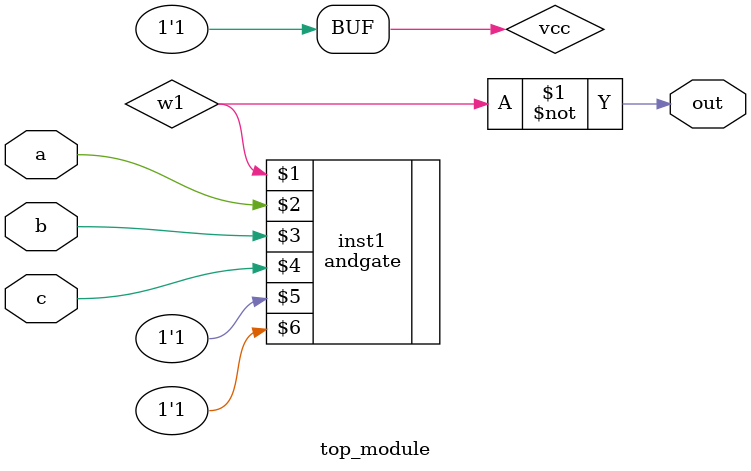
<source format=v>
module top_module (input a, input b, input c, output out);//
    supply1 vcc;
wire w1;
    andgate inst1 ( w1, a, b, c, vcc, vcc);
    not inst2(out,w1);

endmodule
</source>
